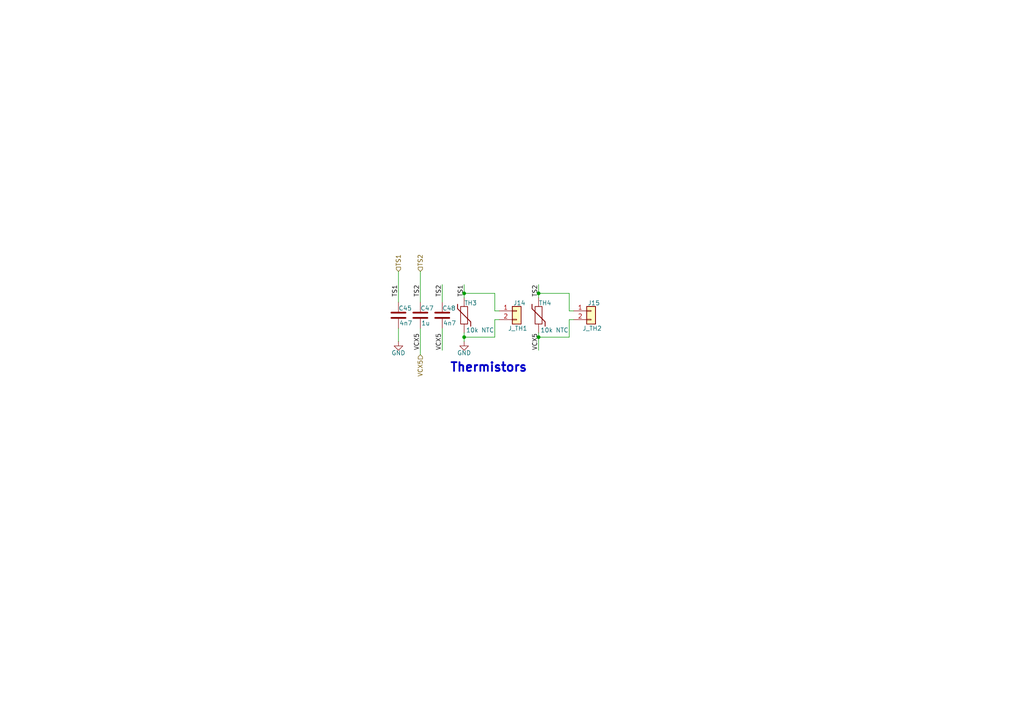
<source format=kicad_sch>
(kicad_sch (version 20250114) (generator "eeschema") (generator_version "9.0")
  (paper "A4")
  (lib_symbols
    (symbol "Device:C" (pin_numbers (hide yes)) (pin_names (offset 0.254))
      (property "Reference" "C" (at 0.635 2.54 0))
      (property "Value" "C" (at 0.635 -2.54 0))
      (symbol "C_0_1"
        (polyline (pts (xy -2.032 0.762) (xy 2.032 0.762)) (stroke (width 0.508)))
        (polyline (pts (xy -2.032 -0.762) (xy 2.032 -0.762)) (stroke (width 0.508)))
      )
      (symbol "C_1_1"
        (pin passive line (at 0 3.81 270) (length 2.794) (name "~") (number "1"))
        (pin passive line (at 0 -3.81 90) (length 2.794) (name "~") (number "2"))
      )
    )
    (symbol "Device:Thermistor" (pin_numbers (hide yes)) (pin_names (offset 0))
      (property "Reference" "TH" (at 2.54 1.27 90))
      (property "Value" "Thermistor" (at -2.54 0 90))
      (symbol "Thermistor_0_1"
        (polyline (pts (xy -1.905 3.175) (xy -1.905 1.905) (xy 1.905 -1.905) (xy 1.905 -3.175) (xy 1.905 -3.175)) (stroke (width 0.254)))
        (rectangle (start -1.016 2.54) (end 1.016 -2.54) (stroke (width 0.2032)))
      )
      (symbol "Thermistor_1_1"
        (pin passive line (at 0 5.08 270) (length 2.54) (name "~") (number "1"))
        (pin passive line (at 0 -5.08 90) (length 2.54) (name "~") (number "2"))
      )
    )
    (symbol "PCM_4ms_Connector:Conn_01x02" (pin_names (offset 1.016) (hide yes))
      (property "Reference" "J" (at 0 2.54 0))
      (property "Value" "Conn_01x02" (at 0 -5.08 0))
      (symbol "Conn_01x02_1_1"
        (rectangle (start -1.27 1.27) (end 1.27 -3.81) (stroke (width 0.254)) (fill (type background)))
        (rectangle (start -1.27 0.127) (end 0 -0.127) (stroke (width 0.1524)))
        (rectangle (start -1.27 -2.413) (end 0 -2.667) (stroke (width 0.1524)))
        (pin passive line (at -5.08 0 0) (length 3.81) (name "Pin_1") (number "1"))
        (pin passive line (at -5.08 -2.54 0) (length 3.81) (name "Pin_2") (number "2"))
      )
    )
    (symbol "power:GND" (power) (pin_numbers (hide yes)) (pin_names (offset 0) (hide yes))
      (property "Value" "GND" (at 0 -3.81 0))
      (symbol "GND_0_1"
        (polyline (pts (xy 0 0) (xy 0 -1.27) (xy 1.27 -1.27) (xy 0 -2.54) (xy -1.27 -1.27) (xy 0 -1.27)))
      )
      (symbol "GND_1_1"
        (pin power_in line (at 0 0 270) (length 0) (name "~") (number "1"))
      )
    )
  )
  (text "Thermistors" (at 141.732 106.68 0) (effects (font (size 2.54 2.54) (thickness 0.508) (bold yes))))
  (junction (at 156.21 97.79))
  (junction (at 156.21 85.09))
  (junction (at 134.62 85.09))
  (junction (at 134.62 97.79))
  (wire (pts (xy 165.1 92.71) (xy 165.1 97.79)))
  (wire (pts (xy 156.21 85.09) (xy 156.21 86.36)))
  (wire (pts (xy 134.62 97.79) (xy 143.51 97.79)))
  (wire (pts (xy 121.92 78.74) (xy 121.92 87.63)))
  (wire (pts (xy 143.51 90.17) (xy 143.51 85.09)))
  (wire (pts (xy 134.62 97.79) (xy 134.62 96.52)))
  (wire (pts (xy 128.27 82.55) (xy 128.27 87.63)))
  (wire (pts (xy 134.62 99.06) (xy 134.62 97.79)))
  (wire (pts (xy 156.21 85.09) (xy 165.1 85.09)))
  (wire (pts (xy 115.57 95.25) (xy 115.57 99.06)))
  (wire (pts (xy 156.21 97.79) (xy 156.21 101.6)))
  (wire (pts (xy 165.1 92.71) (xy 166.37 92.71)))
  (wire (pts (xy 156.21 96.52) (xy 156.21 97.79)))
  (wire (pts (xy 144.78 90.17) (xy 143.51 90.17)))
  (wire (pts (xy 121.92 95.25) (xy 121.92 102.87)))
  (wire (pts (xy 134.62 85.09) (xy 134.62 86.36)))
  (wire (pts (xy 166.37 90.17) (xy 165.1 90.17)))
  (wire (pts (xy 165.1 90.17) (xy 165.1 85.09)))
  (wire (pts (xy 143.51 92.71) (xy 144.78 92.71)))
  (wire (pts (xy 134.62 85.09) (xy 143.51 85.09)))
  (wire (pts (xy 156.21 82.55) (xy 156.21 85.09)))
  (wire (pts (xy 134.62 82.55) (xy 134.62 85.09)))
  (wire (pts (xy 156.21 97.79) (xy 165.1 97.79)))
  (wire (pts (xy 115.57 78.74) (xy 115.57 87.63)))
  (wire (pts (xy 143.51 92.71) (xy 143.51 97.79)))
  (wire (pts (xy 128.27 95.25) (xy 128.27 101.6)))
  (label "TS1" (at 115.57 82.55 270))
  (label "VCX5" (at 121.92 101.6 90))
  (label "TS1" (at 134.62 82.55 270))
  (label "VCX5" (at 156.21 101.6 90))
  (label "TS2" (at 156.21 82.55 270))
  (label "TS2" (at 121.92 82.55 270))
  (label "VCX5" (at 128.27 101.6 90))
  (label "TS2" (at 128.27 82.55 270))
  (hierarchical_label "TS2" (shape input) (at 121.92 78.74 90))
  (hierarchical_label "TS1" (shape input) (at 115.57 78.74 90))
  (hierarchical_label "VCX5" (shape input) (at 121.92 102.87 270))
  (symbol (lib_id "Device:C") (at 121.92 91.44 0) (unit 1)
    (property "Reference" "C47" (at 121.92 89.408 0) (effects (justify left)))
    (property "Value" "1u" (at 122.174 93.726 0) (effects (justify left)))
    (property "Description" "Unpolarized capacitor" (effects (hide yes)))
  )
  (symbol (lib_id "Device:Thermistor") (at 156.21 91.44 0) (unit 1)
    (property "Reference" "TH4" (at 156.21 87.884 0) (effects (justify left)))
    (property "Value" "10k NTC" (at 156.718 95.758 0) (effects (justify left)))
    (property "Description" "Temperature dependent resistor" (effects (hide yes)))
  )
  (symbol (lib_id "PCM_4ms_Connector:Conn_01x02") (at 171.45 90.17 0) (unit 1)
    (property "Reference" "J15" (at 170.434 87.884 0) (effects (justify left)))
    (property "Value" "J_TH2" (at 168.91 95.25 0) (effects (justify left)))
    (property "Footprint" "4ms_Connector:Pins_1x02_2.54mm_TH" (effects (hide yes)))
    (property "Description" "HEADER 1x2 MALE PINS 0.100” 180deg" (effects (hide yes)))
    (property "Specifications" "Pins_01x02, Header, Male Pins, 1*2, spacing 2.54mm, straight pin" (effects (hide yes)))
    (property "Manufacturer" "TAD" (effects (hide yes)))
    (property "Part Number" "1-0201FBV0T" (effects (hide yes)))
  )
  (symbol (lib_id "power:GND") (at 115.57 99.06 0) (unit 1)
    (property "Reference" "#PWR078" (effects (hide yes)))
    (property "Value" "GND" (at 117.602 102.362 0) (effects (justify right)))
    (property "Description" "Power symbol creates a global label with name \"GND\" , ground" (effects (hide yes)))
  )
  (symbol (lib_id "Device:Thermistor") (at 134.62 91.44 0) (unit 1)
    (property "Reference" "TH3" (at 134.62 87.884 0) (effects (justify left)))
    (property "Value" "10k NTC" (at 135.128 95.758 0) (effects (justify left)))
    (property "Description" "Temperature dependent resistor" (effects (hide yes)))
  )
  (symbol (lib_id "power:GND") (at 134.62 99.06 0) (unit 1)
    (property "Reference" "#PWR080" (effects (hide yes)))
    (property "Value" "GND" (at 136.652 102.362 0) (effects (justify right)))
    (property "Description" "Power symbol creates a global label with name \"GND\" , ground" (effects (hide yes)))
  )
  (symbol (lib_id "Device:C") (at 128.27 91.44 0) (unit 1)
    (property "Reference" "C48" (at 128.27 89.408 0) (effects (justify left)))
    (property "Value" "4n7" (at 128.524 93.726 0) (effects (justify left)))
    (property "Description" "Unpolarized capacitor" (effects (hide yes)))
  )
  (symbol (lib_id "PCM_4ms_Connector:Conn_01x02") (at 149.86 90.17 0) (unit 1)
    (property "Reference" "J14" (at 148.844 87.884 0) (effects (justify left)))
    (property "Value" "J_TH1" (at 147.32 95.25 0) (effects (justify left)))
    (property "Footprint" "4ms_Connector:Pins_1x02_2.54mm_TH" (effects (hide yes)))
    (property "Description" "HEADER 1x2 MALE PINS 0.100” 180deg" (effects (hide yes)))
    (property "Specifications" "Pins_01x02, Header, Male Pins, 1*2, spacing 2.54mm, straight pin" (effects (hide yes)))
    (property "Manufacturer" "TAD" (effects (hide yes)))
    (property "Part Number" "1-0201FBV0T" (effects (hide yes)))
  )
  (symbol (lib_id "Device:C") (at 115.57 91.44 0) (unit 1)
    (property "Reference" "C45" (at 115.57 89.408 0) (effects (justify left)))
    (property "Value" "4n7" (at 115.824 93.726 0) (effects (justify left)))
    (property "Description" "Unpolarized capacitor" (effects (hide yes)))
  )
)
</source>
